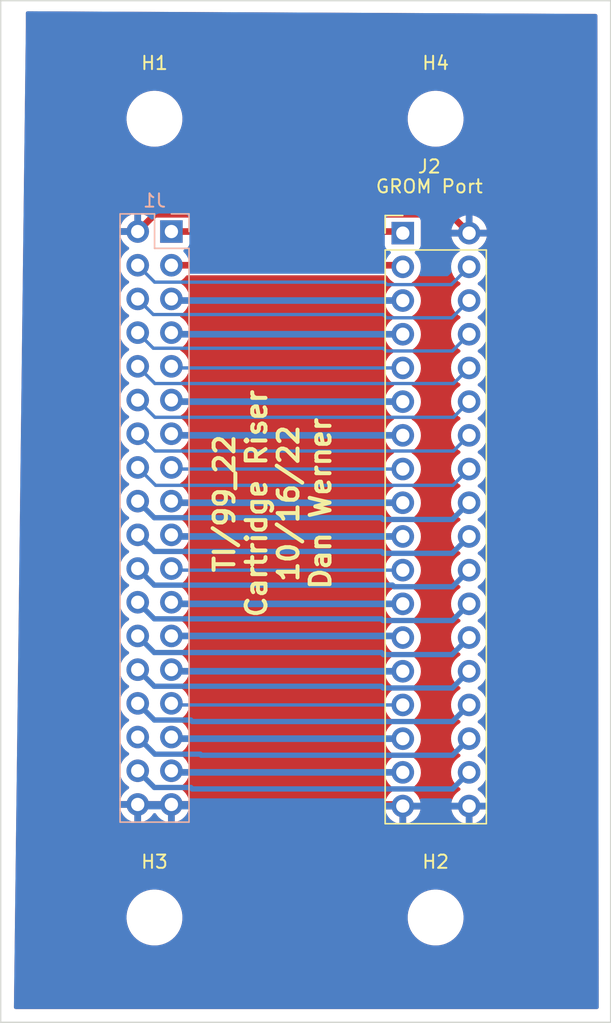
<source format=kicad_pcb>
(kicad_pcb (version 20211014) (generator pcbnew)
  (layers (0 "F.Cu" signal) (31 "B.Cu" signal) (34 "B.Paste" user) (35 "F.Paste" user) (36 "B.SilkS" user "B.Silkscreen") (37 "F.SilkS" user "F.Silkscreen") (38 "B.Mask" user) (39 "F.Mask" user) (44 "Edge.Cuts" user))
  (net 0 "")
  (net 1 "~{CMRESET}")
  (net 2 "GND")
  (net 3 "D7")
  (net 4 "~{CRUCLK}")
  (net 5 "D6")
  (net 6 "CRUIN")
  (net 7 "D5")
  (net 8 "A15-CRUOUT")
  (net 9 "D4")
  (net 10 "A13")
  (net 11 "D3")
  (net 12 "A12")
  (net 13 "D2")
  (net 14 "A11")
  (net 15 "D1")
  (net 16 "A10")
  (net 17 "D0")
  (net 18 "A9")
  (net 19 "+5V")
  (net 20 "A8")
  (net 21 "~{GS}")
  (net 22 "A7")
  (net 23 "IO_A14")
  (net 24 "A3")
  (net 25 "DBIN")
  (net 26 "A6")
  (net 27 "GRMCLK")
  (net 28 "A5")
  (net 29 "-5V")
  (net 30 "A4")
  (net 31 "GREADY")
  (net 32 "~{mWE}")
  (net 33 "VSS")
  (net 34 "~{ROMG}")
  (footprint "MountingHole:MountingHole_3.2mm_M3" (layer "F.Cu") (at 173.8 112.1)
    (fp_text reference "H2" (at 0 -4.2) (layer "F.SilkS"))
    (fp_text value "MountingHole")
    (pad "" np_thru_hole circle (at 0 0) (size 3.2 3.2) (drill 3.2) (layers *.Cu *.Mask))
  )
  (footprint "WernerCustomLibrary:Card_Edge36" (layer "F.Cu") (at 173.325 56)
    (fp_text reference "J2" (at 0 -0.5 unlocked) (layer "F.SilkS"))
    (fp_text value "GROM Port" (at 0 1 unlocked) (layer "F.SilkS"))
    (fp_line (start -3.33 49.03) (end 4.3 49.03) (layer "F.SilkS") (width 0.12))
    (fp_line (start -3.33 4.52) (end -3.33 3.19) (layer "F.SilkS") (width 0.12))
    (fp_line (start 4.3 5.79) (end 4.3 49.03) (layer "F.SilkS") (width 0.12))
    (fp_line (start -3.33 5.79) (end -3.33 49.03) (layer "F.SilkS") (width 0.12))
    (fp_line (start -3.33 3.19) (end -2 3.19) (layer "F.SilkS") (width 0.12))
    (fp_line (start -3.33 5.79) (end 4.3 5.79) (layer "F.SilkS") (width 0.12))
    (pad "1" thru_hole rect (at -2 4.52) (size 1.7 1.7) (drill 1) (layers *.Cu *.Mask) (net 1 "~{CMRESET}"))
    (pad "2" thru_hole oval (at 3 4.52) (size 1.7 1.7) (drill 1) (layers *.Cu *.Mask) (net 2 "GND"))
    (pad "3" thru_hole oval (at -2 7.06) (size 1.7 1.7) (drill 1) (layers *.Cu *.Mask) (net 3 "D7"))
    (pad "4" thru_hole oval (at 3 7.06) (size 1.7 1.7) (drill 1) (layers *.Cu *.Mask) (net 4 "~{CRUCLK}"))
    (pad "5" thru_hole oval (at -2 9.6) (size 1.7 1.7) (drill 1) (layers *.Cu *.Mask) (net 5 "D6"))
    (pad "6" thru_hole oval (at 3 9.6) (size 1.7 1.7) (drill 1) (layers *.Cu *.Mask) (net 6 "CRUIN"))
    (pad "7" thru_hole oval (at -2 12.14) (size 1.7 1.7) (drill 1) (layers *.Cu *.Mask) (net 7 "D5"))
    (pad "8" thru_hole oval (at 3 12.14) (size 1.7 1.7) (drill 1) (layers *.Cu *.Mask) (net 8 "A15-CRUOUT"))
    (pad "9" thru_hole oval (at -2 14.68) (size 1.7 1.7) (drill 1) (layers *.Cu *.Mask) (net 9 "D4"))
    (pad "10" thru_hole oval (at 3 14.68) (size 1.7 1.7) (drill 1) (layers *.Cu *.Mask) (net 10 "A13"))
    (pad "11" thru_hole oval (at -2 17.22) (size 1.7 1.7) (drill 1) (layers *.Cu *.Mask) (net 11 "D3"))
    (pad "12" thru_hole oval (at 3 17.22) (size 1.7 1.7) (drill 1) (layers *.Cu *.Mask) (net 12 "A12"))
    (pad "13" thru_hole oval (at -2 19.76) (size 1.7 1.7) (drill 1) (layers *.Cu *.Mask) (net 13 "D2"))
    (pad "14" thru_hole oval (at 3 19.76) (size 1.7 1.7) (drill 1) (layers *.Cu *.Mask) (net 14 "A11"))
    (pad "15" thru_hole oval (at -2 22.3) (size 1.7 1.7) (drill 1) (layers *.Cu *.Mask) (net 15 "D1"))
    (pad "16" thru_hole oval (at 3 22.3) (size 1.7 1.7) (drill 1) (layers *.Cu *.Mask) (net 16 "A10"))
    (pad "17" thru_hole oval (at -2 24.84) (size 1.7 1.7) (drill 1) (layers *.Cu *.Mask) (net 17 "D0"))
    (pad "18" thru_hole oval (at 3 24.84) (size 1.7 1.7) (drill 1) (layers *.Cu *.Mask) (net 18 "A9"))
    (pad "19" thru_hole oval (at -2 27.38) (size 1.7 1.7) (drill 1) (layers *.Cu *.Mask) (net 19 "+5V"))
    (pad "20" thru_hole oval (at 3 27.38) (size 1.7 1.7) (drill 1) (layers *.Cu *.Mask) (net 20 "A8"))
    (pad "21" thru_hole oval (at -2 29.92) (size 1.7 1.7) (drill 1) (layers *.Cu *.Mask) (net 21 "~{GS}"))
    (pad "22" thru_hole oval (at 3 29.92) (size 1.7 1.7) (drill 1) (layers *.Cu *.Mask) (net 22 "A7"))
    (pad "23" thru_hole oval (at -2 32.46) (size 1.7 1.7) (drill 1) (layers *.Cu *.Mask) (net 23 "IO_A14"))
    (pad "24" thru_hole oval (at 3 32.46) (size 1.7 1.7) (drill 1) (layers *.Cu *.Mask) (net 24 "A3"))
    (pad "25" thru_hole oval (at -2 35) (size 1.7 1.7) (drill 1) (layers *.Cu *.Mask) (net 25 "DBIN"))
    (pad "26" thru_hole oval (at 3 35) (size 1.7 1.7) (drill 1) (layers *.Cu *.Mask) (net 26 "A6"))
    (pad "27" thru_hole oval (at -2 37.54) (size 1.7 1.7) (drill 1) (layers *.Cu *.Mask) (net 27 "GRMCLK"))
    (pad "28" thru_hole oval (at 3 37.54) (size 1.7 1.7) (drill 1) (layers *.Cu *.Mask) (net 28 "A5"))
    (pad "29" thru_hole oval (at -2 40.08) (size 1.7 1.7) (drill 1) (layers *.Cu *.Mask) (net 29 "-5V"))
    (pad "30" thru_hole oval (at 3 40.08) (size 1.7 1.7) (drill 1) (layers *.Cu *.Mask) (net 30 "A4"))
    (pad "31" thru_hole oval (at -2 42.62) (size 1.7 1.7) (drill 1) (layers *.Cu *.Mask) (net 31 "GREADY"))
    (pad "32" thru_hole oval (at 3 42.62) (size 1.7 1.7) (drill 1) (layers *.Cu *.Mask) (net 32 "~{mWE}"))
    (pad "33" thru_hole oval (at -2 45.16) (size 1.7 1.7) (drill 1) (layers *.Cu *.Mask) (net 33 "VSS"))
    (pad "34" thru_hole oval (at 3 45.16) (size 1.7 1.7) (drill 1) (layers *.Cu *.Mask) (net 34 "~{ROMG}"))
    (pad "35" thru_hole oval (at -2 47.7) (size 1.7 1.7) (drill 1) (layers *.Cu *.Mask) (net 2 "GND"))
    (pad "36" thru_hole oval (at 3 47.7) (size 1.7 1.7) (drill 1) (layers *.Cu *.Mask) (net 2 "GND"))
  )
  (footprint "MountingHole:MountingHole_3.2mm_M3" (layer "F.Cu") (at 173.8 51.9)
    (fp_text reference "H4" (at 0 -4.2) (layer "F.SilkS"))
    (fp_text value "MountingHole")
    (pad "" np_thru_hole circle (at 0 0) (size 3.2 3.2) (drill 3.2) (layers *.Cu *.Mask))
  )
  (footprint "MountingHole:MountingHole_3.2mm_M3" (layer "F.Cu") (at 152.6 112.1)
    (fp_text reference "H3" (at 0 -4.2) (layer "F.SilkS"))
    (fp_text value "MountingHole")
    (pad "" np_thru_hole circle (at 0 0) (size 3.2 3.2) (drill 3.2) (layers *.Cu *.Mask))
  )
  (footprint "MountingHole:MountingHole_3.2mm_M3" (layer "F.Cu") (at 152.6 51.9)
    (fp_text reference "H1" (at 0 -4.2) (layer "F.SilkS"))
    (fp_text value "MountingHole")
    (pad "" np_thru_hole circle (at 0 0) (size 3.2 3.2) (drill 3.2) (layers *.Cu *.Mask))
  )
  (footprint "Connector_PinHeader_2.54mm:PinHeader_2x18_P2.54mm_Vertical" (layer "B.Cu") (at 153.875 60.4 180)
    (fp_text reference "J1" (at 1.27 2.33) (layer "B.SilkS") (effects (justify mirror)))
    (fp_text value "GROM Port")
    (fp_line (start -1.33 -1.27) (end 1.27 -1.27) (layer "B.SilkS") (width 0.12))
    (fp_line (start -1.33 -1.27) (end -1.33 -44.51) (layer "B.SilkS") (width 0.12))
    (fp_line (start 1.27 -1.27) (end 1.27 1.33) (layer "B.SilkS") (width 0.12))
    (fp_line (start -1.33 1.33) (end 0 1.33) (layer "B.SilkS") (width 0.12))
    (fp_line (start -1.33 -44.51) (end 3.87 -44.51) (layer "B.SilkS") (width 0.12))
    (fp_line (start -1.33 0) (end -1.33 1.33) (layer "B.SilkS") (width 0.12))
    (fp_line (start 3.87 1.33) (end 3.87 -44.51) (layer "B.SilkS") (width 0.12))
    (fp_line (start 1.27 1.33) (end 3.87 1.33) (layer "B.SilkS") (width 0.12))
    (pad "1" thru_hole rect (at 0 0 180) (size 1.7 1.7) (drill 1) (layers *.Cu *.Mask) (net 1 "~{CMRESET}"))
    (pad "2" thru_hole oval (at 2.54 0 180) (size 1.7 1.7) (drill 1) (layers *.Cu *.Mask) (net 2 "GND"))
    (pad "3" thru_hole oval (at 0 -2.54 180) (size 1.7 1.7) (drill 1) (layers *.Cu *.Mask) (net 3 "D7"))
    (pad "4" thru_hole oval (at 2.54 -2.54 180) (size 1.7 1.7) (drill 1) (layers *.Cu *.Mask) (net 4 "~{CRUCLK}"))
    (pad "5" thru_hole oval (at 0 -5.08 180) (size 1.7 1.7) (drill 1) (layers *.Cu *.Mask) (net 5 "D6"))
    (pad "6" thru_hole oval (at 2.54 -5.08 180) (size 1.7 1.7) (drill 1) (layers *.Cu *.Mask) (net 6 "CRUIN"))
    (pad "7" thru_hole oval (at 0 -7.62 180) (size 1.7 1.7) (drill 1) (layers *.Cu *.Mask) (net 7 "D5"))
    (pad "8" thru_hole oval (at 2.54 -7.62 180) (size 1.7 1.7) (drill 1) (layers *.Cu *.Mask) (net 8 "A15-CRUOUT"))
    (pad "9" thru_hole oval (at 0 -10.16 180) (size 1.7 1.7) (drill 1) (layers *.Cu *.Mask) (net 9 "D4"))
    (pad "10" thru_hole oval (at 2.54 -10.16 180) (size 1.7 1.7) (drill 1) (layers *.Cu *.Mask) (net 10 "A13"))
    (pad "11" thru_hole oval (at 0 -12.7 180) (size 1.7 1.7) (drill 1) (layers *.Cu *.Mask) (net 11 "D3"))
    (pad "12" thru_hole oval (at 2.54 -12.7 180) (size 1.7 1.7) (drill 1) (layers *.Cu *.Mask) (net 12 "A12"))
    (pad "13" thru_hole oval (at 0 -15.24 180) (size 1.7 1.7) (drill 1) (layers *.Cu *.Mask) (net 13 "D2"))
    (pad "14" thru_hole oval (at 2.54 -15.24 180) (size 1.7 1.7) (drill 1) (layers *.Cu *.Mask) (net 14 "A11"))
    (pad "15" thru_hole oval (at 0 -17.78 180) (size 1.7 1.7) (drill 1) (layers *.Cu *.Mask) (net 15 "D1"))
    (pad "16" thru_hole oval (at 2.54 -17.78 180) (size 1.7 1.7) (drill 1) (layers *.Cu *.Mask) (net 16 "A10"))
    (pad "17" thru_hole oval (at 0 -20.32 180) (size 1.7 1.7) (drill 1) (layers *.Cu *.Mask) (net 17 "D0"))
    (pad "18" thru_hole oval (at 2.54 -20.32 180) (size 1.7 1.7) (drill 1) (layers *.Cu *.Mask) (net 18 "A9"))
    (pad "19" thru_hole oval (at 0 -22.86 180) (size 1.7 1.7) (drill 1) (layers *.Cu *.Mask) (net 19 "+5V"))
    (pad "20" thru_hole oval (at 2.54 -22.86 180) (size 1.7 1.7) (drill 1) (layers *.Cu *.Mask) (net 20 "A8"))
    (pad "21" thru_hole oval (at 0 -25.4 180) (size 1.7 1.7) (drill 1) (layers *.Cu *.Mask) (net 21 "~{GS}"))
    (pad "22" thru_hole oval (at 2.54 -25.4 180) (size 1.7 1.7) (drill 1) (layers *.Cu *.Mask) (net 22 "A7"))
    (pad "23" thru_hole oval (at 0 -27.94 180) (size 1.7 1.7) (drill 1) (layers *.Cu *.Mask) (net 23 "IO_A14"))
    (pad "24" thru_hole oval (at 2.54 -27.94 180) (size 1.7 1.7) (drill 1) (layers *.Cu *.Mask) (net 24 "A3"))
    (pad "25" thru_hole oval (at 0 -30.48 180) (size 1.7 1.7) (drill 1) (layers *.Cu *.Mask) (net 25 "DBIN"))
    (pad "26" thru_hole oval (at 2.54 -30.48 180) (size 1.7 1.7) (drill 1) (layers *.Cu *.Mask) (net 26 "A6"))
    (pad "27" thru_hole oval (at 0 -33.02 180) (size 1.7 1.7) (drill 1) (layers *.Cu *.Mask) (net 27 "GRMCLK"))
    (pad "28" thru_hole oval (at 2.54 -33.02 180) (size 1.7 1.7) (drill 1) (layers *.Cu *.Mask) (net 28 "A5"))
    (pad "29" thru_hole oval (at 0 -35.56 180) (size 1.7 1.7) (drill 1) (layers *.Cu *.Mask) (net 29 "-5V"))
    (pad "30" thru_hole oval (at 2.54 -35.56 180) (size 1.7 1.7) (drill 1) (layers *.Cu *.Mask) (net 30 "A4"))
    (pad "31" thru_hole oval (at 0 -38.1 180) (size 1.7 1.7) (drill 1) (layers *.Cu *.Mask) (net 31 "GREADY"))
    (pad "32" thru_hole oval (at 2.54 -38.1 180) (size 1.7 1.7) (drill 1) (layers *.Cu *.Mask) (net 32 "~{mWE}"))
    (pad "33" thru_hole oval (at 0 -40.64 180) (size 1.7 1.7) (drill 1) (layers *.Cu *.Mask) (net 33 "VSS"))
    (pad "34" thru_hole oval (at 2.54 -40.64 180) (size 1.7 1.7) (drill 1) (layers *.Cu *.Mask) (net 34 "~{ROMG}"))
    (pad "35" thru_hole oval (at 0 -43.18 180) (size 1.7 1.7) (drill 1) (layers *.Cu *.Mask) (net 2 "GND"))
    (pad "36" thru_hole oval (at 2.54 -43.18 180) (size 1.7 1.7) (drill 1) (layers *.Cu *.Mask) (net 2 "GND"))
  )
  (gr_rect (start 141 43) (end 187 120) (layer "Edge.Cuts") (width 0.1) (fill none))
  (gr_text "TI/99_22\nCartridge Riser\n10/16/22\nDan Werner" (at 161.5 80.9 90) (layer "F.SilkS") (effects (font (size 1.5 1.5) (thickness 0.3))))
  (segment (start 171.205 60.4) (end 171.325 60.52) (width 0.5) (layer "F.Cu") (net 1))
  (segment (start 153.875 60.4) (end 171.205 60.4) (width 0.5) (layer "F.Cu") (net 1))
  (segment (start 153.875 103.58) (end 171.205 103.58) (width 0.5) (layer "F.Cu") (net 2))
  (segment (start 174.905 59.1) (end 176.325 60.52) (width 0.5) (layer "F.Cu") (net 2))
  (segment (start 171.205 103.58) (end 171.325 103.7) (width 0.5) (layer "F.Cu") (net 2))
  (segment (start 151.335 60.4) (end 152.635 59.1) (width 0.5) (layer "F.Cu") (net 2))
  (segment (start 152.635 59.1) (end 174.905 59.1) (width 0.5) (layer "F.Cu") (net 2))
  (segment (start 151.455 103.7) (end 151.335 103.58) (width 0.5) (layer "B.Cu") (net 2))
  (segment (start 176.325 103.7) (end 151.455 103.7) (width 0.5) (layer "B.Cu") (net 2))
  (segment (start 153.875 62.94) (end 171.205 62.94) (width 0.5) (layer "F.Cu") (net 3))
  (segment (start 171.205 62.94) (end 171.325 63.06) (width 0.5) (layer "F.Cu") (net 3))
  (segment (start 170.133556 64.4) (end 174.985 64.4) (width 0.25) (layer "B.Cu") (net 4))
  (segment (start 169.947834 64.214278) (end 170.133556 64.4) (width 0.25) (layer "B.Cu") (net 4))
  (segment (start 174.985 64.4) (end 176.325 63.06) (width 0.25) (layer "B.Cu") (net 4))
  (segment (start 152.609278 64.214278) (end 169.947834 64.214278) (width 0.25) (layer "B.Cu") (net 4))
  (segment (start 151.335 62.94) (end 152.609278 64.214278) (width 0.25) (layer "B.Cu") (net 4))
  (segment (start 153.995 65.6) (end 153.875 65.48) (width 0.5) (layer "B.Cu") (net 5))
  (segment (start 171.325 65.6) (end 153.995 65.6) (width 0.5) (layer "B.Cu") (net 5))
  (segment (start 170.093556 66.9) (end 175.025 66.9) (width 0.25) (layer "B.Cu") (net 6))
  (segment (start 169.848556 66.655) (end 170.093556 66.9) (width 0.25) (layer "B.Cu") (net 6))
  (segment (start 151.335 65.48) (end 152.51 66.655) (width 0.25) (layer "B.Cu") (net 6))
  (segment (start 152.51 66.655) (end 169.848556 66.655) (width 0.25) (layer "B.Cu") (net 6))
  (segment (start 175.025 66.9) (end 176.325 65.6) (width 0.25) (layer "B.Cu") (net 6))
  (segment (start 171.325 68.14) (end 153.995 68.14) (width 0.5) (layer "B.Cu") (net 7))
  (segment (start 153.995 68.14) (end 153.875 68.02) (width 0.5) (layer "B.Cu") (net 7))
  (segment (start 152.51 69.195) (end 169.848556 69.195) (width 0.25) (layer "B.Cu") (net 8))
  (segment (start 169.848556 69.195) (end 170.053556 69.4) (width 0.25) (layer "B.Cu") (net 8))
  (segment (start 151.335 68.02) (end 152.51 69.195) (width 0.25) (layer "B.Cu") (net 8))
  (segment (start 175.065 69.4) (end 176.325 68.14) (width 0.25) (layer "B.Cu") (net 8))
  (segment (start 170.053556 69.4) (end 175.065 69.4) (width 0.25) (layer "B.Cu") (net 8))
  (segment (start 153.995 70.68) (end 153.875 70.56) (width 0.25) (layer "B.Cu") (net 9))
  (segment (start 171.325 70.68) (end 153.995 70.68) (width 0.25) (layer "B.Cu") (net 9))
  (segment (start 151.335 70.56) (end 152.63 71.855) (width 0.25) (layer "B.Cu") (net 10))
  (segment (start 152.63 71.855) (end 175.15 71.855) (width 0.25) (layer "B.Cu") (net 10))
  (segment (start 175.15 71.855) (end 176.325 70.68) (width 0.25) (layer "B.Cu") (net 10))
  (segment (start 153.995 73.22) (end 153.875 73.1) (width 0.5) (layer "B.Cu") (net 11))
  (segment (start 171.325 73.22) (end 153.995 73.22) (width 0.5) (layer "B.Cu") (net 11))
  (segment (start 151.335 73.1) (end 152.635 74.4) (width 0.25) (layer "B.Cu") (net 12))
  (segment (start 152.635 74.4) (end 175.145 74.4) (width 0.25) (layer "B.Cu") (net 12))
  (segment (start 175.145 74.4) (end 176.325 73.22) (width 0.25) (layer "B.Cu") (net 12))
  (segment (start 171.325 75.76) (end 153.995 75.76) (width 0.5) (layer "B.Cu") (net 13))
  (segment (start 153.995 75.76) (end 153.875 75.64) (width 0.5) (layer "B.Cu") (net 13))
  (segment (start 175.145001 76.939999) (end 176.325 75.76) (width 0.25) (layer "B.Cu") (net 14))
  (segment (start 152.634999 76.939999) (end 175.145001 76.939999) (width 0.25) (layer "B.Cu") (net 14))
  (segment (start 151.335 75.64) (end 152.634999 76.939999) (width 0.25) (layer "B.Cu") (net 14))
  (segment (start 153.995 78.3) (end 153.875 78.18) (width 0.25) (layer "B.Cu") (net 15))
  (segment (start 171.325 78.3) (end 153.995 78.3) (width 0.25) (layer "B.Cu") (net 15))
  (segment (start 175.096778 79.528222) (end 176.325 78.3) (width 0.25) (layer "B.Cu") (net 16))
  (segment (start 152.683222 79.528222) (end 175.096778 79.528222) (width 0.25) (layer "B.Cu") (net 16))
  (segment (start 151.335 78.18) (end 152.683222 79.528222) (width 0.25) (layer "B.Cu") (net 16))
  (segment (start 171.325 80.84) (end 153.995 80.84) (width 0.5) (layer "B.Cu") (net 17))
  (segment (start 153.995 80.84) (end 153.875 80.72) (width 0.5) (layer "B.Cu") (net 17))
  (segment (start 169.841424 82.1) (end 175.065 82.1) (width 0.4) (layer "B.Cu") (net 18))
  (segment (start 175.065 82.1) (end 176.325 80.84) (width 0.4) (layer "B.Cu") (net 18))
  (segment (start 151.335 80.72) (end 152.585 81.97) (width 0.4) (layer "B.Cu") (net 18))
  (segment (start 169.711424 81.97) (end 169.841424 82.1) (width 0.4) (layer "B.Cu") (net 18))
  (segment (start 152.585 81.97) (end 169.711424 81.97) (width 0.4) (layer "B.Cu") (net 18))
  (segment (start 171.325 83.38) (end 153.995 83.38) (width 0.5) (layer "B.Cu") (net 19))
  (segment (start 153.995 83.38) (end 153.875 83.26) (width 0.5) (layer "B.Cu") (net 19))
  (segment (start 152.585 84.51) (end 169.711424 84.51) (width 0.4) (layer "B.Cu") (net 20))
  (segment (start 169.85285 84.651426) (end 175.053574 84.651426) (width 0.4) (layer "B.Cu") (net 20))
  (segment (start 151.335 83.26) (end 152.585 84.51) (width 0.4) (layer "B.Cu") (net 20))
  (segment (start 169.711424 84.51) (end 169.85285 84.651426) (width 0.4) (layer "B.Cu") (net 20))
  (segment (start 175.053574 84.651426) (end 176.325 83.38) (width 0.4) (layer "B.Cu") (net 20))
  (segment (start 171.325 85.92) (end 153.995 85.92) (width 0.25) (layer "B.Cu") (net 21))
  (segment (start 153.995 85.92) (end 153.875 85.8) (width 0.25) (layer "B.Cu") (net 21))
  (segment (start 170.670001 87.17) (end 175.075 87.17) (width 0.4) (layer "B.Cu") (net 22))
  (segment (start 151.335 85.8) (end 152.585 87.05) (width 0.4) (layer "B.Cu") (net 22))
  (segment (start 170.550001 87.05) (end 170.670001 87.17) (width 0.4) (layer "B.Cu") (net 22))
  (segment (start 175.075 87.17) (end 176.325 85.92) (width 0.4) (layer "B.Cu") (net 22))
  (segment (start 152.585 87.05) (end 170.550001 87.05) (width 0.4) (layer "B.Cu") (net 22))
  (segment (start 171.325 88.46) (end 153.995 88.46) (width 0.5) (layer "B.Cu") (net 23))
  (segment (start 153.995 88.46) (end 153.875 88.34) (width 0.5) (layer "B.Cu") (net 23))
  (segment (start 169.711424 89.59) (end 169.835712 89.714288) (width 0.4) (layer "B.Cu") (net 24))
  (segment (start 175.070712 89.714288) (end 176.325 88.46) (width 0.4) (layer "B.Cu") (net 24))
  (segment (start 169.835712 89.714288) (end 175.070712 89.714288) (width 0.4) (layer "B.Cu") (net 24))
  (segment (start 151.335 88.34) (end 152.585 89.59) (width 0.4) (layer "B.Cu") (net 24))
  (segment (start 152.585 89.59) (end 169.711424 89.59) (width 0.4) (layer "B.Cu") (net 24))
  (segment (start 153.875 90.88) (end 171.205 90.88) (width 0.5) (layer "B.Cu") (net 25))
  (segment (start 171.205 90.88) (end 171.325 91) (width 0.5) (layer "B.Cu") (net 25))
  (segment (start 175.040712 92.284288) (end 176.325 91) (width 0.4) (layer "B.Cu") (net 26))
  (segment (start 152.585 92.13) (end 169.711424 92.13) (width 0.4) (layer "B.Cu") (net 26))
  (segment (start 169.865712 92.284288) (end 175.040712 92.284288) (width 0.4) (layer "B.Cu") (net 26))
  (segment (start 169.711424 92.13) (end 169.865712 92.284288) (width 0.4) (layer "B.Cu") (net 26))
  (segment (start 151.335 90.88) (end 152.585 92.13) (width 0.4) (layer "B.Cu") (net 26))
  (segment (start 171.325 93.54) (end 153.995 93.54) (width 0.5) (layer "B.Cu") (net 27))
  (segment (start 153.995 93.54) (end 153.875 93.42) (width 0.5) (layer "B.Cu") (net 27))
  (segment (start 175.065 94.8) (end 176.325 93.54) (width 0.4) (layer "B.Cu") (net 28))
  (segment (start 169.841424 94.8) (end 175.065 94.8) (width 0.4) (layer "B.Cu") (net 28))
  (segment (start 152.585 94.67) (end 169.711424 94.67) (width 0.4) (layer "B.Cu") (net 28))
  (segment (start 151.335 93.42) (end 152.585 94.67) (width 0.4) (layer "B.Cu") (net 28))
  (segment (start 169.711424 94.67) (end 169.841424 94.8) (width 0.4) (layer "B.Cu") (net 28))
  (segment (start 153.995 96.08) (end 153.875 95.96) (width 0.25) (layer "B.Cu") (net 29))
  (segment (start 171.325 96.08) (end 153.995 96.08) (width 0.25) (layer "B.Cu") (net 29))
  (segment (start 176.325 96.08) (end 175.075 97.33) (width 0.4) (layer "B.Cu") (net 30))
  (segment (start 155.448576 97.33) (end 155.334288 97.215712) (width 0.4) (layer "B.Cu") (net 30))
  (segment (start 152.590712 97.215712) (end 151.335 95.96) (width 0.4) (layer "B.Cu") (net 30))
  (segment (start 175.075 97.33) (end 155.448576 97.33) (width 0.4) (layer "B.Cu") (net 30))
  (segment (start 155.334288 97.215712) (end 152.590712 97.215712) (width 0.4) (layer "B.Cu") (net 30))
  (segment (start 171.325 98.62) (end 153.995 98.62) (width 0.5) (layer "B.Cu") (net 31))
  (segment (start 153.995 98.62) (end 153.875 98.5) (width 0.5) (layer "B.Cu") (net 31))
  (segment (start 175.075 99.87) (end 156.13 99.87) (width 0.4) (layer "B.Cu") (net 32))
  (segment (start 156.13 99.87) (end 156.05 99.79) (width 0.4) (layer "B.Cu") (net 32))
  (segment (start 156.05 99.79) (end 152.625 99.79) (width 0.4) (layer "B.Cu") (net 32))
  (segment (start 152.625 99.79) (end 151.335 98.5) (width 0.4) (layer "B.Cu") (net 32))
  (segment (start 176.325 98.62) (end 175.075 99.87) (width 0.4) (layer "B.Cu") (net 32))
  (segment (start 171.325 101.16) (end 153.995 101.16) (width 0.5) (layer "B.Cu") (net 33))
  (segment (start 153.995 101.16) (end 153.875 101.04) (width 0.5) (layer "B.Cu") (net 33))
  (segment (start 155.338576 102.3) (end 152.595 102.3) (width 0.4) (layer "B.Cu") (net 34))
  (segment (start 176.325 101.16) (end 175.075 102.41) (width 0.4) (layer "B.Cu") (net 34))
  (segment (start 155.448576 102.41) (end 155.338576 102.3) (width 0.4) (layer "B.Cu") (net 34))
  (segment (start 175.075 102.41) (end 155.448576 102.41) (width 0.4) (layer "B.Cu") (net 34))
  (segment (start 152.595 102.3) (end 151.335 101.04) (width 0.4) (layer "B.Cu") (net 34))
  (zone (net 2) (net_name "GND") (layers F&B.Cu) (connect_pads (clearance 0.508)) (min_thickness 0.254) (fill yes (thermal_gap 0.508) (thermal_bridge_width 0.508))
    (polygon (pts (xy 186 44) (xy 186.1 119) (xy 142 119) (xy 142.9 45) (xy 142.9 43.8)))
  )
)
</source>
